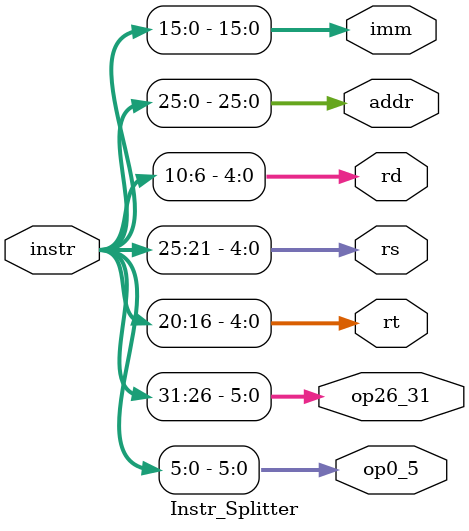
<source format=v>
`timescale 1ns / 1ps


module Instr_Splitter(
        input [31:0] instr,
        output [5:0] op0_5,
        output [5:0] op26_31,
        output [4:0] rt,
        output [4:0] rs,
        output [4:0] rd,
        output [25:0] addr,
        output [15:0] imm   
    );
    
    assign op0_5 = instr[5:0];
    assign op26_31 = instr[31:26];
    assign rs = instr[25:21];
    assign rt = instr[20:16];
    assign rd = instr[10:6];
    assign addr = instr[25:0];
    assign imm = instr[15:0];
endmodule

</source>
